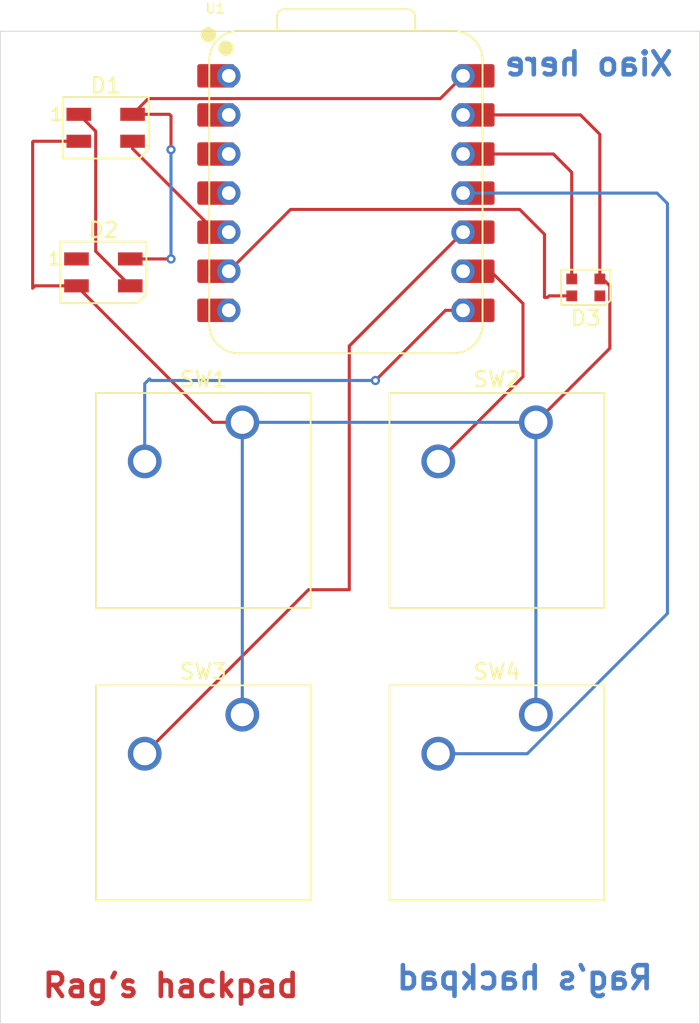
<source format=kicad_pcb>
(kicad_pcb (version 20241229) (generator "pcbnew") (generator_version "9.0")
  (layers (0 "F.Cu" signal) (2 "B.Cu" signal) (13 "F.Paste" user) (15 "B.Paste" user) (5 "F.SilkS" user "F.Silkscreen") (7 "B.SilkS" user "B.Silkscreen") (1 "F.Mask" user) (3 "B.Mask" user) (25 "Edge.Cuts" user))
  (net 0 "")
  (net 1 "+5V")
  (net 2 "Net-(D1-DOUT)")
  (net 3 "GND")
  (net 4 "Net-(D1-DIN)")
  (net 6 "Net-(U1-GPIO1{slash}RX)")
  (net 7 "Net-(U1-GPIO2{slash}SCK)")
  (net 8 "Net-(U1-GPIO4{slash}MISO)")
  (net 9 "Net-(U1-GPIO3{slash}MOSI)")
  (net 15 "Net-(D3-DIN)")
  (net 17 "Net-(D3-VDD)")
  (footprint "OPL:XIAO-RP2040-DIP" (layer "F.Cu") (at 170.68 67.12)
    (property "Reference" "U1" (at -8.5 -12 0) (layer "F.SilkS") (effects (font (size 0.635 0.635) (thickness 0.1016))))
    (property "Value" "XIAO-RP2040-DIP")
    (fp_line (start -8.89 8.509) (end -8.89 -8.636) (stroke (width 0.127)) (layer "F.SilkS"))
    (fp_line (start -6.985 10.414) (end 6.985 10.414) (stroke (width 0.127)) (layer "F.SilkS"))
    (fp_line (start -4.495 -10.541) (end -4.491272 -11.451272) (stroke (width 0.127)) (layer "F.SilkS"))
    (fp_line (start -3.991272 -11.951) (end 4.004 -11.951) (stroke (width 0.127)) (layer "F.SilkS"))
    (fp_line (start 4.504 -11.451) (end 4.504 -10.541) (stroke (width 0.127)) (layer "F.SilkS"))
    (fp_line (start 6.985 -10.541) (end -6.985 -10.541) (stroke (width 0.1)) (layer "F.SilkS"))
    (fp_line (start 6.985 -10.541) (end -6.985 -10.541) (stroke (width 0.127)) (layer "F.SilkS"))
    (fp_line (start 8.89 8.509) (end 8.89 -8.636) (stroke (width 0.127)) (layer "F.SilkS"))
    (fp_arc (start -8.89 -8.636) (mid -8.332038 -9.983038) (end -6.985 -10.541) (stroke (width 0.127)) (layer "F.SilkS"))
    (fp_arc (start -6.985 10.414) (mid -8.332038 9.856038) (end -8.89 8.509) (stroke (width 0.127)) (layer "F.SilkS"))
    (fp_arc (start -4.491272 -11.451272) (mid -4.344728 -11.80464) (end -3.991272 -11.951) (stroke (width 0.127)) (layer "F.SilkS"))
    (fp_arc (start 4.004 -11.951) (mid 4.357553 -11.804553) (end 4.504 -11.451) (stroke (width 0.127)) (layer "F.SilkS"))
    (fp_arc (start 6.985 -10.541) (mid 8.332038 -9.983038) (end 8.89 -8.636) (stroke (width 0.127)) (layer "F.SilkS"))
    (fp_arc (start 8.89 8.509) (mid 8.332038 9.856038) (end 6.985 10.414) (stroke (width 0.127)) (layer "F.SilkS"))
    (fp_circle (center -8.95 -10.3) (end -8.95 -10.554) (stroke (width 0.5)) (fill yes) (layer "F.SilkS"))
    (fp_circle (center -7.807 -9.42) (end -7.807 -9.674) (stroke (width 0.5)) (fill yes) (layer "F.SilkS"))
    (pad "1" smd roundrect (at -8.455 -7.62 180) (size 2.432 1.524) (layers "F.Cu" "F.Mask") (roundrect_rratio 0.1))
    (pad "1" thru_hole circle (at -7.62 -7.62 180) (size 1.524 1.524) (drill 0.889) (layers "*.Cu" "*.Mask"))
    (pad "2" smd roundrect (at -8.455 -5.08 180) (size 2.432 1.524) (layers "F.Cu" "F.Mask") (roundrect_rratio 0.1))
    (pad "2" thru_hole circle (at -7.62 -5.08 180) (size 1.524 1.524) (drill 0.889) (layers "*.Cu" "*.Mask"))
    (pad "3" smd roundrect (at -8.455 -2.54 180) (size 2.432 1.524) (layers "F.Cu" "F.Mask") (roundrect_rratio 0.1))
    (pad "3" thru_hole circle (at -7.62 -2.54 180) (size 1.524 1.524) (drill 0.889) (layers "*.Cu" "*.Mask"))
    (pad "4" smd roundrect (at -8.455 0 180) (size 2.432 1.524) (layers "F.Cu" "F.Mask") (roundrect_rratio 0.1))
    (pad "4" thru_hole circle (at -7.62 0 180) (size 1.524 1.524) (drill 0.889) (layers "*.Cu" "*.Mask"))
    (pad "5" smd roundrect (at -8.455 2.54 180) (size 2.432 1.524) (layers "F.Cu" "F.Mask") (roundrect_rratio 0.1) (net 4 "Net-(D1-DIN)"))
    (pad "5" thru_hole circle (at -7.62 2.54 180) (size 1.524 1.524) (drill 0.889) (layers "*.Cu" "*.Mask") (net 4 "Net-(D1-DIN)"))
    (pad "6" smd roundrect (at -8.455 5.08 180) (size 2.432 1.524) (layers "F.Cu" "F.Mask") (roundrect_rratio 0.1) (net 15 "Net-(D3-DIN)"))
    (pad "6" thru_hole circle (at -7.62 5.08 180) (size 1.524 1.524) (drill 0.889) (layers "*.Cu" "*.Mask") (net 15 "Net-(D3-DIN)"))
    (pad "7" smd roundrect (at -8.455 7.62 180) (size 2.432 1.524) (layers "F.Cu" "F.Mask") (roundrect_rratio 0.1))
    (pad "7" thru_hole circle (at -7.62 7.62 180) (size 1.524 1.524) (drill 0.889) (layers "*.Cu" "*.Mask"))
    (pad "8" thru_hole circle (at 7.62 7.62) (size 1.524 1.524) (drill 0.889) (layers "*.Cu" "*.Mask") (net 6 "Net-(U1-GPIO1{slash}RX)"))
    (pad "8" smd roundrect (at 8.455 7.62) (size 2.432 1.524) (layers "F.Cu" "F.Mask") (roundrect_rratio 0.1) (net 6 "Net-(U1-GPIO1{slash}RX)"))
    (pad "9" thru_hole circle (at 7.62 5.08) (size 1.524 1.524) (drill 0.889) (layers "*.Cu" "*.Mask") (net 7 "Net-(U1-GPIO2{slash}SCK)"))
    (pad "9" smd roundrect (at 8.455 5.08) (size 2.432 1.524) (layers "F.Cu" "F.Mask") (roundrect_rratio 0.1) (net 7 "Net-(U1-GPIO2{slash}SCK)"))
    (pad "10" thru_hole circle (at 7.62 2.54) (size 1.524 1.524) (drill 0.889) (layers "*.Cu" "*.Mask") (net 8 "Net-(U1-GPIO4{slash}MISO)"))
    (pad "10" smd roundrect (at 8.455 2.54) (size 2.432 1.524) (layers "F.Cu" "F.Mask") (roundrect_rratio 0.1) (net 8 "Net-(U1-GPIO4{slash}MISO)"))
    (pad "11" thru_hole circle (at 7.62 0) (size 1.524 1.524) (drill 0.889) (layers "*.Cu" "*.Mask") (net 9 "Net-(U1-GPIO3{slash}MOSI)"))
    (pad "11" smd roundrect (at 8.455 0) (size 2.432 1.524) (layers "F.Cu" "F.Mask") (roundrect_rratio 0.1) (net 9 "Net-(U1-GPIO3{slash}MOSI)"))
    (pad "12" thru_hole circle (at 7.62 -2.54) (size 1.524 1.524) (drill 0.889) (layers "*.Cu" "*.Mask") (net 17 "Net-(D3-VDD)"))
    (pad "12" smd roundrect (at 8.455 -2.54) (size 2.432 1.524) (layers "F.Cu" "F.Mask") (roundrect_rratio 0.1) (net 17 "Net-(D3-VDD)"))
    (pad "13" thru_hole circle (at 7.62 -5.08) (size 1.524 1.524) (drill 0.889) (layers "*.Cu" "*.Mask") (net 3 "GND"))
    (pad "13" smd roundrect (at 8.455 -5.08) (size 2.432 1.524) (layers "F.Cu" "F.Mask") (roundrect_rratio 0.1) (net 3 "GND"))
    (pad "14" thru_hole circle (at 7.62 -7.62) (size 1.524 1.524) (drill 0.889) (layers "*.Cu" "*.Mask") (net 1 "+5V"))
    (pad "14" smd roundrect (at 8.455 -7.62) (size 2.432 1.524) (layers "F.Cu" "F.Mask") (roundrect_rratio 0.1) (net 1 "+5V"))
  )
  (footprint "Button_Switch_Keyboard:SW_Cherry_MX_1.00u_PCB" (layer "F.Cu") (at 183.04 82.02)
    (property "Reference" "SW2" (at -2.54 -2.794 0) (layer "F.SilkS"))
    (property "Value" "SW_Push")
    (fp_line (start -9.525 -1.905) (end 4.445 -1.905) (stroke (width 0.12)) (layer "F.SilkS"))
    (fp_line (start -9.525 12.065) (end -9.525 -1.905) (stroke (width 0.12)) (layer "F.SilkS"))
    (fp_line (start 4.445 -1.905) (end 4.445 12.065) (stroke (width 0.12)) (layer "F.SilkS"))
    (fp_line (start 4.445 12.065) (end -9.525 12.065) (stroke (width 0.12)) (layer "F.SilkS"))
    (pad "" np_thru_hole circle (at -7.62 5.08) (size 1.7 1.7) (drill 1.7) (layers "*.Cu" "*.Mask"))
    (pad "" np_thru_hole circle (at -2.54 5.08) (size 4 4) (drill 4) (layers "*.Cu" "*.Mask"))
    (pad "" np_thru_hole circle (at 2.54 5.08) (size 1.7 1.7) (drill 1.7) (layers "*.Cu" "*.Mask"))
    (pad "1" thru_hole circle (at 0 0) (size 2.2 2.2) (drill 1.5) (layers "*.Cu" "*.Mask") (net 3 "GND"))
    (pad "2" thru_hole circle (at -6.35 2.54) (size 2.2 2.2) (drill 1.5) (layers "*.Cu" "*.Mask") (net 7 "Net-(U1-GPIO2{slash}SCK)"))
  )
  (footprint "LED_SMD:LED_SK6812MINI_PLCC4_3.5x3.5mm_P1.75mm" (layer "F.Cu") (at 155.05 62.875)
    (property "Reference" "D1" (at 0 -2.75 0) (layer "F.SilkS"))
    (property "Value" "SK6812MINI")
    (fp_line (start -2.8 -2) (end -2.8 2) (stroke (width 0.12)) (layer "F.SilkS"))
    (fp_line (start -2.8 -2) (end 2.8 -2) (stroke (width 0.12)) (layer "F.SilkS"))
    (fp_line (start -2.8 2) (end 2.2 2) (stroke (width 0.12)) (layer "F.SilkS"))
    (fp_line (start 2.8 1.4) (end 2.2 2) (stroke (width 0.12)) (layer "F.SilkS"))
    (fp_line (start 2.8 1.4) (end 2.8 -2) (stroke (width 0.12)) (layer "F.SilkS"))
    (fp_text user "1" (at -3.2 -0.875 0) (layer "F.SilkS") (effects (font (size 0.8 0.8))))
    (pad "1" smd rect (at -1.75 -0.875) (size 1.6 0.85) (layers "F.Cu" "F.Mask" "F.Paste") (net 2 "Net-(D1-DOUT)"))
    (pad "2" smd rect (at -1.75 0.875) (size 1.6 0.85) (layers "F.Cu" "F.Mask" "F.Paste") (net 3 "GND"))
    (pad "3" smd rect (at 1.75 0.875) (size 1.6 0.85) (layers "F.Cu" "F.Mask" "F.Paste") (net 4 "Net-(D1-DIN)"))
    (pad "4" smd rect (at 1.75 -0.875) (size 1.6 0.85) (layers "F.Cu" "F.Mask" "F.Paste") (net 1 "+5V"))
  )
  (footprint "Button_Switch_Keyboard:SW_Cherry_MX_1.00u_PCB" (layer "F.Cu") (at 163.94 82.02)
    (property "Reference" "SW1" (at -2.54 -2.794 0) (layer "F.SilkS"))
    (property "Value" "SW_Push")
    (fp_line (start -9.525 -1.905) (end 4.445 -1.905) (stroke (width 0.12)) (layer "F.SilkS"))
    (fp_line (start -9.525 12.065) (end -9.525 -1.905) (stroke (width 0.12)) (layer "F.SilkS"))
    (fp_line (start 4.445 -1.905) (end 4.445 12.065) (stroke (width 0.12)) (layer "F.SilkS"))
    (fp_line (start 4.445 12.065) (end -9.525 12.065) (stroke (width 0.12)) (layer "F.SilkS"))
    (pad "" np_thru_hole circle (at -7.62 5.08) (size 1.7 1.7) (drill 1.7) (layers "*.Cu" "*.Mask"))
    (pad "" np_thru_hole circle (at -2.54 5.08) (size 4 4) (drill 4) (layers "*.Cu" "*.Mask"))
    (pad "" np_thru_hole circle (at 2.54 5.08) (size 1.7 1.7) (drill 1.7) (layers "*.Cu" "*.Mask"))
    (pad "1" thru_hole circle (at 0 0) (size 2.2 2.2) (drill 1.5) (layers "*.Cu" "*.Mask") (net 3 "GND"))
    (pad "2" thru_hole circle (at -6.35 2.54) (size 2.2 2.2) (drill 1.5) (layers "*.Cu" "*.Mask") (net 6 "Net-(U1-GPIO1{slash}RX)"))
  )
  (footprint "Button_Switch_Keyboard:SW_Cherry_MX_1.00u_PCB" (layer "F.Cu") (at 163.94 101.02)
    (property "Reference" "SW3" (at -2.54 -2.794 0) (layer "F.SilkS"))
    (property "Value" "SW_Push")
    (fp_line (start -9.525 -1.905) (end 4.445 -1.905) (stroke (width 0.12)) (layer "F.SilkS"))
    (fp_line (start -9.525 12.065) (end -9.525 -1.905) (stroke (width 0.12)) (layer "F.SilkS"))
    (fp_line (start 4.445 -1.905) (end 4.445 12.065) (stroke (width 0.12)) (layer "F.SilkS"))
    (fp_line (start 4.445 12.065) (end -9.525 12.065) (stroke (width 0.12)) (layer "F.SilkS"))
    (pad "" np_thru_hole circle (at -7.62 5.08) (size 1.7 1.7) (drill 1.7) (layers "*.Cu" "*.Mask"))
    (pad "" np_thru_hole circle (at -2.54 5.08) (size 4 4) (drill 4) (layers "*.Cu" "*.Mask"))
    (pad "" np_thru_hole circle (at 2.54 5.08) (size 1.7 1.7) (drill 1.7) (layers "*.Cu" "*.Mask"))
    (pad "1" thru_hole circle (at 0 0) (size 2.2 2.2) (drill 1.5) (layers "*.Cu" "*.Mask") (net 3 "GND"))
    (pad "2" thru_hole circle (at -6.35 2.54) (size 2.2 2.2) (drill 1.5) (layers "*.Cu" "*.Mask") (net 8 "Net-(U1-GPIO4{slash}MISO)"))
  )
  (footprint "Button_Switch_Keyboard:SW_Cherry_MX_1.00u_PCB" (layer "F.Cu") (at 183.04 101.02)
    (property "Reference" "SW4" (at -2.54 -2.794 0) (layer "F.SilkS"))
    (property "Value" "SW_Push")
    (fp_line (start -9.525 -1.905) (end 4.445 -1.905) (stroke (width 0.12)) (layer "F.SilkS"))
    (fp_line (start -9.525 12.065) (end -9.525 -1.905) (stroke (width 0.12)) (layer "F.SilkS"))
    (fp_line (start 4.445 -1.905) (end 4.445 12.065) (stroke (width 0.12)) (layer "F.SilkS"))
    (fp_line (start 4.445 12.065) (end -9.525 12.065) (stroke (width 0.12)) (layer "F.SilkS"))
    (pad "" np_thru_hole circle (at -7.62 5.08) (size 1.7 1.7) (drill 1.7) (layers "*.Cu" "*.Mask"))
    (pad "" np_thru_hole circle (at -2.54 5.08) (size 4 4) (drill 4) (layers "*.Cu" "*.Mask"))
    (pad "" np_thru_hole circle (at 2.54 5.08) (size 1.7 1.7) (drill 1.7) (layers "*.Cu" "*.Mask"))
    (pad "1" thru_hole circle (at 0 0) (size 2.2 2.2) (drill 1.5) (layers "*.Cu" "*.Mask") (net 3 "GND"))
    (pad "2" thru_hole circle (at -6.35 2.54) (size 2.2 2.2) (drill 1.5) (layers "*.Cu" "*.Mask") (net 9 "Net-(U1-GPIO3{slash}MOSI)"))
  )
  (footprint "LED_SMD:LED_SK6812MINI_PLCC4_3.5x3.5mm_P1.75mm" (layer "F.Cu") (at 154.9 72.275)
    (property "Reference" "D2" (at 0 -2.75 0) (layer "F.SilkS"))
    (property "Value" "SK6812MINI")
    (fp_line (start -2.8 -2) (end -2.8 2) (stroke (width 0.12)) (layer "F.SilkS"))
    (fp_line (start -2.8 -2) (end 2.8 -2) (stroke (width 0.12)) (layer "F.SilkS"))
    (fp_line (start -2.8 2) (end 2.2 2) (stroke (width 0.12)) (layer "F.SilkS"))
    (fp_line (start 2.8 1.4) (end 2.2 2) (stroke (width 0.12)) (layer "F.SilkS"))
    (fp_line (start 2.8 1.4) (end 2.8 -2) (stroke (width 0.12)) (layer "F.SilkS"))
    (fp_text user "1" (at -3.2 -0.875 0) (layer "F.SilkS") (effects (font (size 0.8 0.8))))
    (pad "1" smd rect (at -1.75 -0.875) (size 1.6 0.85) (layers "F.Cu" "F.Mask" "F.Paste"))
    (pad "2" smd rect (at -1.75 0.875) (size 1.6 0.85) (layers "F.Cu" "F.Mask" "F.Paste") (net 3 "GND"))
    (pad "3" smd rect (at 1.75 0.875) (size 1.6 0.85) (layers "F.Cu" "F.Mask" "F.Paste") (net 2 "Net-(D1-DOUT)"))
    (pad "4" smd rect (at 1.75 -0.875) (size 1.6 0.85) (layers "F.Cu" "F.Mask" "F.Paste") (net 1 "+5V"))
  )
  (footprint "LED_SMD:LED_WS2812B-2020_PLCC4_2.0x2.0mm" (layer "F.Cu") (at 186.285 73.25 180)
    (property "Reference" "D3" (at 0 -2 0) (layer "F.SilkS"))
    (property "Value" "NeoPixel_THT")
    (fp_line (start 1.6 -1.15) (end 1.6 1.15) (stroke (width 0.12)) (layer "F.SilkS"))
    (fp_line (start -1.3 -1.15) (end 1.6 -1.15) (stroke (width 0.12)) (layer "F.SilkS"))
    (fp_line (start -1.3 -1.15) (end -1.6 -0.85) (stroke (width 0.12)) (layer "F.SilkS"))
    (fp_line (start -1.6 1.15) (end 1.6 1.15) (stroke (width 0.12)) (layer "F.SilkS"))
    (fp_line (start -1.6 1.15) (end -1.6 -0.85) (stroke (width 0.12)) (layer "F.SilkS"))
    (pad "1" smd rect (at -0.915 -0.55 180) (size 0.7 0.7) (layers "F.Cu" "F.Mask" "F.Paste"))
    (pad "2" smd rect (at -0.915 0.55 180) (size 0.7 0.7) (layers "F.Cu" "F.Mask" "F.Paste") (net 3 "GND"))
    (pad "3" smd rect (at 0.915 0.55 180) (size 0.7 0.7) (layers "F.Cu" "F.Mask" "F.Paste") (net 17 "Net-(D3-VDD)"))
    (pad "4" smd rect (at 0.915 -0.55 180) (size 0.7 0.7) (layers "F.Cu" "F.Mask" "F.Paste") (net 15 "Net-(D3-DIN)"))
  )
  (gr_rect (start 148.2 56.6) (end 193.7 121.1) (stroke (width 0.05)) (fill no) (layer "Edge.Cuts"))
  (gr_text "Rag's hackpad" (at 150.8 119.5 0) (layer "F.Cu") (effects (font (size 1.5 1.5) (thickness 0.3) (bold yes)) (justify left bottom)))
  (gr_text "Xiao here" (at 192.1 59.6 0) (layer "B.Cu") (effects (font (size 1.5 1.5) (thickness 0.3) (bold yes)) (justify left bottom mirror)))
  (gr_text "Rag's hackpad" (at 190.8 119 0) (layer "B.Cu") (effects (font (size 1.5 1.5) (thickness 0.3) (bold yes)) (justify left bottom mirror)))
  (segment (start 159.3 62.6) (end 159.3 64.3) (width 0.2) (layer "F.Cu") (net 1))
  (segment (start 157.823 60.977) (end 176.823 60.977) (width 0.2) (layer "F.Cu") (net 1))
  (segment (start 159.3 62.1) (end 159.3 62.6) (width 0.2) (layer "F.Cu") (net 1))
  (segment (start 156.8 62) (end 159.2 62) (width 0.2) (layer "F.Cu") (net 1))
  (segment (start 159.2 62) (end 159.3 62.1) (width 0.2) (layer "F.Cu") (net 1))
  (segment (start 176.823 60.977) (end 178.3 59.5) (width 0.2) (layer "F.Cu") (net 1))
  (segment (start 156.8 62) (end 157.823 60.977) (width 0.2) (layer "F.Cu") (net 1))
  (segment (start 159.3 71.4) (end 156.65 71.4) (width 0.2) (layer "F.Cu") (net 1))
  (via (at 159.3 71.4) (size 0.6) (drill 0.3) (layers "F.Cu" "B.Cu") (net 1))
  (via (at 159.3 64.3) (size 0.6) (drill 0.3) (layers "F.Cu" "B.Cu") (net 1))
  (segment (start 159.3 64.3) (end 159.3 71.4) (width 0.2) (layer "B.Cu") (net 1))
  (segment (start 159.3 71.4) (end 159.3 71.5) (width 0.2) (layer "B.Cu") (net 1))
  (segment (start 154.4 63.1) (end 154.4 70.9) (width 0.2) (layer "F.Cu") (net 2))
  (segment (start 153.3 62) (end 154.4 63.1) (width 0.2) (layer "F.Cu") (net 2))
  (segment (start 154.4 70.9) (end 156.65 73.15) (width 0.2) (layer "F.Cu") (net 2))
  (segment (start 179.135 62.04) (end 178.3 62.04) (width 0.2) (layer "F.Cu") (net 3))
  (segment (start 150.35 63.75) (end 150.3 63.8) (width 0.2) (layer "F.Cu") (net 3))
  (segment (start 150.45 73.15) (end 153.15 73.15) (width 0.2) (layer "F.Cu") (net 3))
  (segment (start 153.15 73.15) (end 162.02 82.02) (width 0.2) (layer "F.Cu") (net 3))
  (segment (start 187.2 63.3) (end 187.2 72.7) (width 0.2) (layer "F.Cu") (net 3))
  (segment (start 150.3 73.3) (end 150.45 73.15) (width 0.2) (layer "F.Cu") (net 3))
  (segment (start 153.3 63.75) (end 150.35 63.75) (width 0.2) (layer "F.Cu") (net 3))
  (segment (start 187.851 73.149) (end 187.851 77.209) (width 0.2) (layer "F.Cu") (net 3))
  (segment (start 179.135 62.04) (end 185.94 62.04) (width 0.2) (layer "F.Cu") (net 3))
  (segment (start 150.3 63.8) (end 150.3 73.3) (width 0.2) (layer "F.Cu") (net 3))
  (segment (start 187.851 77.209) (end 183.04 82.02) (width 0.2) (layer "F.Cu") (net 3))
  (segment (start 187.402 72.7) (end 187.851 73.149) (width 0.2) (layer "F.Cu") (net 3))
  (segment (start 185.94 62.04) (end 187.2 63.3) (width 0.2) (layer "F.Cu") (net 3))
  (segment (start 162.02 82.02) (end 163.94 82.02) (width 0.2) (layer "F.Cu") (net 3))
  (segment (start 187.2 72.7) (end 187.402 72.7) (width 0.2) (layer "F.Cu") (net 3))
  (segment (start 163.94 82.02) (end 163.94 101.02) (width 0.2) (layer "B.Cu") (net 3))
  (segment (start 183.04 82.02) (end 183.04 101.02) (width 0.2) (layer "B.Cu") (net 3))
  (segment (start 163.94 82.02) (end 183.04 82.02) (width 0.2) (layer "B.Cu") (net 3))
  (segment (start 156.8 63.75) (end 156.8 64.235) (width 0.2) (layer "F.Cu") (net 4))
  (segment (start 156.8 64.235) (end 162.225 69.66) (width 0.2) (layer "F.Cu") (net 4))
  (segment (start 177.16 74.74) (end 172.6 79.3) (width 0.2) (layer "F.Cu") (net 6))
  (segment (start 178.3 74.74) (end 177.16 74.74) (width 0.2) (layer "F.Cu") (net 6))
  (via (at 172.6 79.3) (size 0.6) (drill 0.3) (layers "F.Cu" "B.Cu") (net 6))
  (segment (start 172.6 79.3) (end 158 79.3) (width 0.2) (layer "B.Cu") (net 6))
  (segment (start 158 79.3) (end 157.9 79.2) (width 0.2) (layer "B.Cu") (net 6))
  (segment (start 157.9 79.2) (end 157.59 79.51) (width 0.2) (layer "B.Cu") (net 6))
  (segment (start 157.59 79.51) (end 157.59 84.56) (width 0.2) (layer "B.Cu") (net 6))
  (segment (start 180.1 72.2) (end 182.2 74.3) (width 0.2) (layer "F.Cu") (net 7))
  (segment (start 178.3 72.2) (end 180.1 72.2) (width 0.2) (layer "F.Cu") (net 7))
  (segment (start 182.2 74.3) (end 182.2 79.05) (width 0.2) (layer "F.Cu") (net 7))
  (segment (start 182.2 79.05) (end 176.69 84.56) (width 0.2) (layer "F.Cu") (net 7))
  (segment (start 170.9 92.9) (end 168.25 92.9) (width 0.2) (layer "F.Cu") (net 8))
  (segment (start 170.9 77.06) (end 170.9 92.9) (width 0.2) (layer "F.Cu") (net 8))
  (segment (start 168.25 92.9) (end 157.59 103.56) (width 0.2) (layer "F.Cu") (net 8))
  (segment (start 178.3 69.66) (end 170.9 77.06) (width 0.2) (layer "F.Cu") (net 8))
  (segment (start 191.6 94.441314) (end 191.6 67.8) (width 0.2) (layer "B.Cu") (net 9))
  (segment (start 182.481314 103.56) (end 191.6 94.441314) (width 0.2) (layer "B.Cu") (net 9))
  (segment (start 190.92 67.12) (end 178.3 67.12) (width 0.2) (layer "B.Cu") (net 9))
  (segment (start 176.69 103.56) (end 182.481314 103.56) (width 0.2) (layer "B.Cu") (net 9))
  (segment (start 191.6 67.8) (end 190.92 67.12) (width 0.2) (layer "B.Cu") (net 9))
  (segment (start 167.077 68.183) (end 181.983 68.183) (width 0.2) (layer "F.Cu") (net 15))
  (segment (start 183.6 73.9) (end 183.8 73.9) (width 0.2) (layer "F.Cu") (net 15))
  (segment (start 183.9 73.8) (end 185.37 73.8) (width 0.2) (layer "F.Cu") (net 15))
  (segment (start 183.8 73.9) (end 183.9 73.8) (width 0.2) (layer "F.Cu") (net 15))
  (segment (start 163.06 72.2) (end 167.077 68.183) (width 0.2) (layer "F.Cu") (net 15))
  (segment (start 183.6 69.8) (end 183.6 73.9) (width 0.2) (layer "F.Cu") (net 15))
  (segment (start 181.983 68.183) (end 183.6 69.8) (width 0.2) (layer "F.Cu") (net 15))
  (segment (start 178.3 64.58) (end 184.18 64.58) (width 0.2) (layer "F.Cu") (net 17))
  (segment (start 184.18 64.58) (end 185.37 65.77) (width 0.2) (layer "F.Cu") (net 17))
  (segment (start 185.37 65.77) (end 185.37 72.7) (width 0.2) (layer "F.Cu") (net 17))
)
</source>
